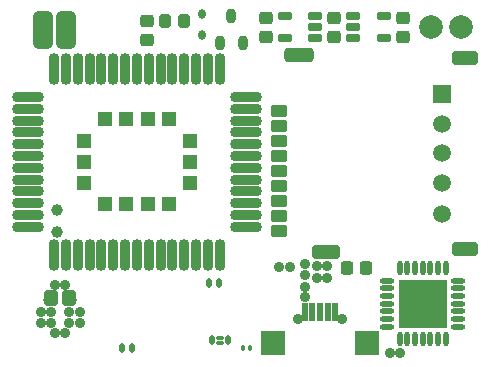
<source format=gts>
%FSLAX44Y44*%
%MOMM*%
G71*
G01*
G75*
G04 Layer_Color=8388736*
G04:AMPARAMS|DCode=10|XSize=1.5mm|YSize=3mm|CornerRadius=0.375mm|HoleSize=0mm|Usage=FLASHONLY|Rotation=0.000|XOffset=0mm|YOffset=0mm|HoleType=Round|Shape=RoundedRectangle|*
%AMROUNDEDRECTD10*
21,1,1.5000,2.2500,0,0,0.0*
21,1,0.7500,3.0000,0,0,0.0*
1,1,0.7500,0.3750,-1.1250*
1,1,0.7500,-0.3750,-1.1250*
1,1,0.7500,-0.3750,1.1250*
1,1,0.7500,0.3750,1.1250*
%
%ADD10ROUNDEDRECTD10*%
%ADD11R,0.4000X1.4000*%
%ADD12R,1.8000X1.9000*%
G04:AMPARAMS|DCode=13|XSize=1mm|YSize=1.2mm|CornerRadius=0.165mm|HoleSize=0mm|Usage=FLASHONLY|Rotation=0.000|XOffset=0mm|YOffset=0mm|HoleType=Round|Shape=RoundedRectangle|*
%AMROUNDEDRECTD13*
21,1,1.0000,0.8700,0,0,0.0*
21,1,0.6700,1.2000,0,0,0.0*
1,1,0.3300,0.3350,-0.4350*
1,1,0.3300,-0.3350,-0.4350*
1,1,0.3300,-0.3350,0.4350*
1,1,0.3300,0.3350,0.4350*
%
%ADD13ROUNDEDRECTD13*%
G04:AMPARAMS|DCode=14|XSize=2.35mm|YSize=1.15mm|CornerRadius=0.3852mm|HoleSize=0mm|Usage=FLASHONLY|Rotation=180.000|XOffset=0mm|YOffset=0mm|HoleType=Round|Shape=RoundedRectangle|*
%AMROUNDEDRECTD14*
21,1,2.3500,0.3795,0,0,180.0*
21,1,1.5795,1.1500,0,0,180.0*
1,1,0.7705,-0.7897,0.1898*
1,1,0.7705,0.7897,0.1898*
1,1,0.7705,0.7897,-0.1898*
1,1,0.7705,-0.7897,-0.1898*
%
%ADD14ROUNDEDRECTD14*%
G04:AMPARAMS|DCode=15|XSize=1.3mm|YSize=1mm|CornerRadius=0.25mm|HoleSize=0mm|Usage=FLASHONLY|Rotation=180.000|XOffset=0mm|YOffset=0mm|HoleType=Round|Shape=RoundedRectangle|*
%AMROUNDEDRECTD15*
21,1,1.3000,0.5000,0,0,180.0*
21,1,0.8000,1.0000,0,0,180.0*
1,1,0.5000,-0.4000,0.2500*
1,1,0.5000,0.4000,0.2500*
1,1,0.5000,0.4000,-0.2500*
1,1,0.5000,-0.4000,-0.2500*
%
%ADD15ROUNDEDRECTD15*%
G04:AMPARAMS|DCode=16|XSize=2.5mm|YSize=1.15mm|CornerRadius=0.3852mm|HoleSize=0mm|Usage=FLASHONLY|Rotation=180.000|XOffset=0mm|YOffset=0mm|HoleType=Round|Shape=RoundedRectangle|*
%AMROUNDEDRECTD16*
21,1,2.5000,0.3795,0,0,180.0*
21,1,1.7295,1.1500,0,0,180.0*
1,1,0.7705,-0.8648,0.1898*
1,1,0.7705,0.8648,0.1898*
1,1,0.7705,0.8648,-0.1898*
1,1,0.7705,-0.8648,-0.1898*
%
%ADD16ROUNDEDRECTD16*%
%ADD17O,0.7000X2.5000*%
%ADD18O,2.5000X0.7000*%
%ADD19R,1.1000X1.1000*%
%ADD20R,4.0000X4.0000*%
%ADD21O,1.1000X0.4000*%
%ADD22O,0.4000X1.1000*%
G04:AMPARAMS|DCode=23|XSize=1.1mm|YSize=0.6mm|CornerRadius=0.201mm|HoleSize=0mm|Usage=FLASHONLY|Rotation=180.000|XOffset=0mm|YOffset=0mm|HoleType=Round|Shape=RoundedRectangle|*
%AMROUNDEDRECTD23*
21,1,1.1000,0.1980,0,0,180.0*
21,1,0.6980,0.6000,0,0,180.0*
1,1,0.4020,-0.3490,0.0990*
1,1,0.4020,0.3490,0.0990*
1,1,0.4020,0.3490,-0.0990*
1,1,0.4020,-0.3490,-0.0990*
%
%ADD23ROUNDEDRECTD23*%
G04:AMPARAMS|DCode=24|XSize=1mm|YSize=0.9mm|CornerRadius=0.198mm|HoleSize=0mm|Usage=FLASHONLY|Rotation=90.000|XOffset=0mm|YOffset=0mm|HoleType=Round|Shape=RoundedRectangle|*
%AMROUNDEDRECTD24*
21,1,1.0000,0.5040,0,0,90.0*
21,1,0.6040,0.9000,0,0,90.0*
1,1,0.3960,0.2520,0.3020*
1,1,0.3960,0.2520,-0.3020*
1,1,0.3960,-0.2520,-0.3020*
1,1,0.3960,-0.2520,0.3020*
%
%ADD24ROUNDEDRECTD24*%
G04:AMPARAMS|DCode=25|XSize=0.67mm|YSize=0.67mm|CornerRadius=0.1508mm|HoleSize=0mm|Usage=FLASHONLY|Rotation=180.000|XOffset=0mm|YOffset=0mm|HoleType=Round|Shape=RoundedRectangle|*
%AMROUNDEDRECTD25*
21,1,0.6700,0.3685,0,0,180.0*
21,1,0.3685,0.6700,0,0,180.0*
1,1,0.3015,-0.1843,0.1843*
1,1,0.3015,0.1843,0.1843*
1,1,0.3015,0.1843,-0.1843*
1,1,0.3015,-0.1843,-0.1843*
%
%ADD25ROUNDEDRECTD25*%
G04:AMPARAMS|DCode=26|XSize=0.67mm|YSize=0.67mm|CornerRadius=0.1508mm|HoleSize=0mm|Usage=FLASHONLY|Rotation=270.000|XOffset=0mm|YOffset=0mm|HoleType=Round|Shape=RoundedRectangle|*
%AMROUNDEDRECTD26*
21,1,0.6700,0.3685,0,0,270.0*
21,1,0.3685,0.6700,0,0,270.0*
1,1,0.3015,-0.1843,-0.1843*
1,1,0.3015,-0.1843,0.1843*
1,1,0.3015,0.1843,0.1843*
1,1,0.3015,0.1843,-0.1843*
%
%ADD26ROUNDEDRECTD26*%
G04:AMPARAMS|DCode=27|XSize=1.05mm|YSize=0.65mm|CornerRadius=0.2015mm|HoleSize=0mm|Usage=FLASHONLY|Rotation=90.000|XOffset=0mm|YOffset=0mm|HoleType=Round|Shape=RoundedRectangle|*
%AMROUNDEDRECTD27*
21,1,1.0500,0.2470,0,0,90.0*
21,1,0.6470,0.6500,0,0,90.0*
1,1,0.4030,0.1235,0.3235*
1,1,0.4030,0.1235,-0.3235*
1,1,0.4030,-0.1235,-0.3235*
1,1,0.4030,-0.1235,0.3235*
%
%ADD27ROUNDEDRECTD27*%
G04:AMPARAMS|DCode=28|XSize=0.65mm|YSize=0.5mm|CornerRadius=0.2mm|HoleSize=0mm|Usage=FLASHONLY|Rotation=270.000|XOffset=0mm|YOffset=0mm|HoleType=Round|Shape=RoundedRectangle|*
%AMROUNDEDRECTD28*
21,1,0.6500,0.1000,0,0,270.0*
21,1,0.2500,0.5000,0,0,270.0*
1,1,0.4000,-0.0500,-0.1250*
1,1,0.4000,-0.0500,0.1250*
1,1,0.4000,0.0500,0.1250*
1,1,0.4000,0.0500,-0.1250*
%
%ADD28ROUNDEDRECTD28*%
G04:AMPARAMS|DCode=29|XSize=0.62mm|YSize=0.62mm|CornerRadius=0.1488mm|HoleSize=0mm|Usage=FLASHONLY|Rotation=270.000|XOffset=0mm|YOffset=0mm|HoleType=Round|Shape=RoundedRectangle|*
%AMROUNDEDRECTD29*
21,1,0.6200,0.3224,0,0,270.0*
21,1,0.3224,0.6200,0,0,270.0*
1,1,0.2976,-0.1612,-0.1612*
1,1,0.2976,-0.1612,0.1612*
1,1,0.2976,0.1612,0.1612*
1,1,0.2976,0.1612,-0.1612*
%
%ADD29ROUNDEDRECTD29*%
G04:AMPARAMS|DCode=30|XSize=1mm|YSize=0.95mm|CornerRadius=0.1995mm|HoleSize=0mm|Usage=FLASHONLY|Rotation=0.000|XOffset=0mm|YOffset=0mm|HoleType=Round|Shape=RoundedRectangle|*
%AMROUNDEDRECTD30*
21,1,1.0000,0.5510,0,0,0.0*
21,1,0.6010,0.9500,0,0,0.0*
1,1,0.3990,0.3005,-0.2755*
1,1,0.3990,-0.3005,-0.2755*
1,1,0.3990,-0.3005,0.2755*
1,1,0.3990,0.3005,0.2755*
%
%ADD30ROUNDEDRECTD30*%
G04:AMPARAMS|DCode=31|XSize=1mm|YSize=0.95mm|CornerRadius=0.1995mm|HoleSize=0mm|Usage=FLASHONLY|Rotation=270.000|XOffset=0mm|YOffset=0mm|HoleType=Round|Shape=RoundedRectangle|*
%AMROUNDEDRECTD31*
21,1,1.0000,0.5510,0,0,270.0*
21,1,0.6010,0.9500,0,0,270.0*
1,1,0.3990,-0.2755,-0.3005*
1,1,0.3990,-0.2755,0.3005*
1,1,0.3990,0.2755,0.3005*
1,1,0.3990,0.2755,-0.3005*
%
%ADD31ROUNDEDRECTD31*%
G04:AMPARAMS|DCode=32|XSize=0.5mm|YSize=0.21mm|CornerRadius=0.0347mm|HoleSize=0mm|Usage=FLASHONLY|Rotation=180.000|XOffset=0mm|YOffset=0mm|HoleType=Round|Shape=RoundedRectangle|*
%AMROUNDEDRECTD32*
21,1,0.5000,0.1407,0,0,180.0*
21,1,0.4307,0.2100,0,0,180.0*
1,1,0.0693,-0.2154,0.0704*
1,1,0.0693,0.2154,0.0704*
1,1,0.0693,0.2154,-0.0704*
1,1,0.0693,-0.2154,-0.0704*
%
%ADD32ROUNDEDRECTD32*%
G04:AMPARAMS|DCode=33|XSize=0.3mm|YSize=0.65mm|CornerRadius=0.0495mm|HoleSize=0mm|Usage=FLASHONLY|Rotation=180.000|XOffset=0mm|YOffset=0mm|HoleType=Round|Shape=RoundedRectangle|*
%AMROUNDEDRECTD33*
21,1,0.3000,0.5510,0,0,180.0*
21,1,0.2010,0.6500,0,0,180.0*
1,1,0.0990,-0.1005,0.2755*
1,1,0.0990,0.1005,0.2755*
1,1,0.0990,0.1005,-0.2755*
1,1,0.0990,-0.1005,-0.2755*
%
%ADD33ROUNDEDRECTD33*%
G04:AMPARAMS|DCode=34|XSize=0.65mm|YSize=0.35mm|CornerRadius=0.0735mm|HoleSize=0mm|Usage=FLASHONLY|Rotation=270.000|XOffset=0mm|YOffset=0mm|HoleType=Round|Shape=RoundedRectangle|*
%AMROUNDEDRECTD34*
21,1,0.6500,0.2030,0,0,270.0*
21,1,0.5030,0.3500,0,0,270.0*
1,1,0.1470,-0.1015,-0.2515*
1,1,0.1470,-0.1015,0.2515*
1,1,0.1470,0.1015,0.2515*
1,1,0.1470,0.1015,-0.2515*
%
%ADD34ROUNDEDRECTD34*%
G04:AMPARAMS|DCode=35|XSize=0.3mm|YSize=0.25mm|CornerRadius=0.0525mm|HoleSize=0mm|Usage=FLASHONLY|Rotation=270.000|XOffset=0mm|YOffset=0mm|HoleType=Round|Shape=RoundedRectangle|*
%AMROUNDEDRECTD35*
21,1,0.3000,0.1450,0,0,270.0*
21,1,0.1950,0.2500,0,0,270.0*
1,1,0.1050,-0.0725,-0.0975*
1,1,0.1050,-0.0725,0.0975*
1,1,0.1050,0.0725,0.0975*
1,1,0.1050,0.0725,-0.0975*
%
%ADD35ROUNDEDRECTD35*%
%ADD36C,0.2500*%
%ADD37C,0.3500*%
%ADD38C,0.2000*%
%ADD39C,0.6000*%
%ADD40C,0.3000*%
%ADD41C,0.7000*%
%ADD42C,0.4000*%
%ADD43C,0.5000*%
%ADD44C,0.7000*%
%ADD45C,0.8000*%
G04:AMPARAMS|DCode=46|XSize=1.15mm|YSize=2.1mm|CornerRadius=0.2875mm|HoleSize=0mm|Usage=FLASHONLY|Rotation=90.000|XOffset=0mm|YOffset=0mm|HoleType=Round|Shape=RoundedRectangle|*
%AMROUNDEDRECTD46*
21,1,1.1500,1.5250,0,0,90.0*
21,1,0.5750,2.1000,0,0,90.0*
1,1,0.5750,0.7625,0.2875*
1,1,0.5750,0.7625,-0.2875*
1,1,0.5750,-0.7625,-0.2875*
1,1,0.5750,-0.7625,0.2875*
%
%ADD46ROUNDEDRECTD46*%
%ADD47C,1.8500*%
%ADD48R,1.3000X1.3000*%
%ADD49C,1.3000*%
%ADD50C,0.6000*%
G04:AMPARAMS|DCode=51|XSize=1mm|YSize=0.9mm|CornerRadius=0.198mm|HoleSize=0mm|Usage=FLASHONLY|Rotation=0.000|XOffset=0mm|YOffset=0mm|HoleType=Round|Shape=RoundedRectangle|*
%AMROUNDEDRECTD51*
21,1,1.0000,0.5040,0,0,0.0*
21,1,0.6040,0.9000,0,0,0.0*
1,1,0.3960,0.3020,-0.2520*
1,1,0.3960,-0.3020,-0.2520*
1,1,0.3960,-0.3020,0.2520*
1,1,0.3960,0.3020,0.2520*
%
%ADD51ROUNDEDRECTD51*%
G04:AMPARAMS|DCode=52|XSize=1mm|YSize=1.2mm|CornerRadius=0.165mm|HoleSize=0mm|Usage=FLASHONLY|Rotation=90.000|XOffset=0mm|YOffset=0mm|HoleType=Round|Shape=RoundedRectangle|*
%AMROUNDEDRECTD52*
21,1,1.0000,0.8700,0,0,90.0*
21,1,0.6700,1.2000,0,0,90.0*
1,1,0.3300,0.4350,0.3350*
1,1,0.3300,0.4350,-0.3350*
1,1,0.3300,-0.4350,-0.3350*
1,1,0.3300,-0.4350,0.3350*
%
%ADD52ROUNDEDRECTD52*%
G04:AMPARAMS|DCode=53|XSize=3.5mm|YSize=1.2mm|CornerRadius=0.198mm|HoleSize=0mm|Usage=FLASHONLY|Rotation=180.000|XOffset=0mm|YOffset=0mm|HoleType=Round|Shape=RoundedRectangle|*
%AMROUNDEDRECTD53*
21,1,3.5000,0.8040,0,0,180.0*
21,1,3.1040,1.2000,0,0,180.0*
1,1,0.3960,-1.5520,0.4020*
1,1,0.3960,1.5520,0.4020*
1,1,0.3960,1.5520,-0.4020*
1,1,0.3960,-1.5520,-0.4020*
%
%ADD53ROUNDEDRECTD53*%
G04:AMPARAMS|DCode=54|XSize=0.62mm|YSize=0.62mm|CornerRadius=0.1488mm|HoleSize=0mm|Usage=FLASHONLY|Rotation=0.000|XOffset=0mm|YOffset=0mm|HoleType=Round|Shape=RoundedRectangle|*
%AMROUNDEDRECTD54*
21,1,0.6200,0.3224,0,0,0.0*
21,1,0.3224,0.6200,0,0,0.0*
1,1,0.2976,0.1612,-0.1612*
1,1,0.2976,-0.1612,-0.1612*
1,1,0.2976,-0.1612,0.1612*
1,1,0.2976,0.1612,0.1612*
%
%ADD54ROUNDEDRECTD54*%
%ADD55C,0.2540*%
%ADD56C,0.1000*%
%ADD57C,0.0100*%
%ADD58C,0.1500*%
%ADD59C,0.0500*%
%ADD60R,2.1000X2.1000*%
G04:AMPARAMS|DCode=61|XSize=1.7032mm|YSize=3.2032mm|CornerRadius=0.4766mm|HoleSize=0mm|Usage=FLASHONLY|Rotation=0.000|XOffset=0mm|YOffset=0mm|HoleType=Round|Shape=RoundedRectangle|*
%AMROUNDEDRECTD61*
21,1,1.7032,2.2500,0,0,0.0*
21,1,0.7500,3.2032,0,0,0.0*
1,1,0.9532,0.3750,-1.1250*
1,1,0.9532,-0.3750,-1.1250*
1,1,0.9532,-0.3750,1.1250*
1,1,0.9532,0.3750,1.1250*
%
%ADD61ROUNDEDRECTD61*%
%ADD62R,0.6032X1.6032*%
%ADD63R,2.0032X2.1032*%
G04:AMPARAMS|DCode=64|XSize=1.15mm|YSize=1.35mm|CornerRadius=0.24mm|HoleSize=0mm|Usage=FLASHONLY|Rotation=0.000|XOffset=0mm|YOffset=0mm|HoleType=Round|Shape=RoundedRectangle|*
%AMROUNDEDRECTD64*
21,1,1.1500,0.8700,0,0,0.0*
21,1,0.6700,1.3500,0,0,0.0*
1,1,0.4800,0.3350,-0.4350*
1,1,0.4800,-0.3350,-0.4350*
1,1,0.4800,-0.3350,0.4350*
1,1,0.4800,0.3350,0.4350*
%
%ADD64ROUNDEDRECTD64*%
G04:AMPARAMS|DCode=65|XSize=2.45mm|YSize=1.25mm|CornerRadius=0.4353mm|HoleSize=0mm|Usage=FLASHONLY|Rotation=180.000|XOffset=0mm|YOffset=0mm|HoleType=Round|Shape=RoundedRectangle|*
%AMROUNDEDRECTD65*
21,1,2.4500,0.3795,0,0,180.0*
21,1,1.5795,1.2500,0,0,180.0*
1,1,0.8705,-0.7897,0.1898*
1,1,0.8705,0.7897,0.1898*
1,1,0.8705,0.7897,-0.1898*
1,1,0.8705,-0.7897,-0.1898*
%
%ADD65ROUNDEDRECTD65*%
G04:AMPARAMS|DCode=66|XSize=1.4mm|YSize=1.1mm|CornerRadius=0.3mm|HoleSize=0mm|Usage=FLASHONLY|Rotation=180.000|XOffset=0mm|YOffset=0mm|HoleType=Round|Shape=RoundedRectangle|*
%AMROUNDEDRECTD66*
21,1,1.4000,0.5000,0,0,180.0*
21,1,0.8000,1.1000,0,0,180.0*
1,1,0.6000,-0.4000,0.2500*
1,1,0.6000,0.4000,0.2500*
1,1,0.6000,0.4000,-0.2500*
1,1,0.6000,-0.4000,-0.2500*
%
%ADD66ROUNDEDRECTD66*%
G04:AMPARAMS|DCode=67|XSize=2.6mm|YSize=1.25mm|CornerRadius=0.4353mm|HoleSize=0mm|Usage=FLASHONLY|Rotation=180.000|XOffset=0mm|YOffset=0mm|HoleType=Round|Shape=RoundedRectangle|*
%AMROUNDEDRECTD67*
21,1,2.6000,0.3795,0,0,180.0*
21,1,1.7295,1.2500,0,0,180.0*
1,1,0.8705,-0.8648,0.1898*
1,1,0.8705,0.8648,0.1898*
1,1,0.8705,0.8648,-0.1898*
1,1,0.8705,-0.8648,-0.1898*
%
%ADD67ROUNDEDRECTD67*%
%ADD68O,0.9032X2.7032*%
%ADD69O,2.7032X0.9032*%
%ADD70R,1.3032X1.3032*%
%ADD71R,4.1000X4.1000*%
%ADD72O,1.2000X0.5000*%
%ADD73O,0.5000X1.2000*%
G04:AMPARAMS|DCode=74|XSize=1.25mm|YSize=0.75mm|CornerRadius=0.276mm|HoleSize=0mm|Usage=FLASHONLY|Rotation=180.000|XOffset=0mm|YOffset=0mm|HoleType=Round|Shape=RoundedRectangle|*
%AMROUNDEDRECTD74*
21,1,1.2500,0.1980,0,0,180.0*
21,1,0.6980,0.7500,0,0,180.0*
1,1,0.5520,-0.3490,0.0990*
1,1,0.5520,0.3490,0.0990*
1,1,0.5520,0.3490,-0.0990*
1,1,0.5520,-0.3490,-0.0990*
%
%ADD74ROUNDEDRECTD74*%
G04:AMPARAMS|DCode=75|XSize=1.15mm|YSize=1.05mm|CornerRadius=0.273mm|HoleSize=0mm|Usage=FLASHONLY|Rotation=90.000|XOffset=0mm|YOffset=0mm|HoleType=Round|Shape=RoundedRectangle|*
%AMROUNDEDRECTD75*
21,1,1.1500,0.5040,0,0,90.0*
21,1,0.6040,1.0500,0,0,90.0*
1,1,0.5460,0.2520,0.3020*
1,1,0.5460,0.2520,-0.3020*
1,1,0.5460,-0.2520,-0.3020*
1,1,0.5460,-0.2520,0.3020*
%
%ADD75ROUNDEDRECTD75*%
G04:AMPARAMS|DCode=76|XSize=0.77mm|YSize=0.77mm|CornerRadius=0.2008mm|HoleSize=0mm|Usage=FLASHONLY|Rotation=180.000|XOffset=0mm|YOffset=0mm|HoleType=Round|Shape=RoundedRectangle|*
%AMROUNDEDRECTD76*
21,1,0.7700,0.3685,0,0,180.0*
21,1,0.3685,0.7700,0,0,180.0*
1,1,0.4015,-0.1843,0.1843*
1,1,0.4015,0.1843,0.1843*
1,1,0.4015,0.1843,-0.1843*
1,1,0.4015,-0.1843,-0.1843*
%
%ADD76ROUNDEDRECTD76*%
G04:AMPARAMS|DCode=77|XSize=0.77mm|YSize=0.77mm|CornerRadius=0.2008mm|HoleSize=0mm|Usage=FLASHONLY|Rotation=270.000|XOffset=0mm|YOffset=0mm|HoleType=Round|Shape=RoundedRectangle|*
%AMROUNDEDRECTD77*
21,1,0.7700,0.3685,0,0,270.0*
21,1,0.3685,0.7700,0,0,270.0*
1,1,0.4015,-0.1843,-0.1843*
1,1,0.4015,-0.1843,0.1843*
1,1,0.4015,0.1843,0.1843*
1,1,0.4015,0.1843,-0.1843*
%
%ADD77ROUNDEDRECTD77*%
G04:AMPARAMS|DCode=78|XSize=1.2mm|YSize=0.8mm|CornerRadius=0.2765mm|HoleSize=0mm|Usage=FLASHONLY|Rotation=90.000|XOffset=0mm|YOffset=0mm|HoleType=Round|Shape=RoundedRectangle|*
%AMROUNDEDRECTD78*
21,1,1.2000,0.2470,0,0,90.0*
21,1,0.6470,0.8000,0,0,90.0*
1,1,0.5530,0.1235,0.3235*
1,1,0.5530,0.1235,-0.3235*
1,1,0.5530,-0.1235,-0.3235*
1,1,0.5530,-0.1235,0.3235*
%
%ADD78ROUNDEDRECTD78*%
G04:AMPARAMS|DCode=79|XSize=0.8mm|YSize=0.65mm|CornerRadius=0.275mm|HoleSize=0mm|Usage=FLASHONLY|Rotation=270.000|XOffset=0mm|YOffset=0mm|HoleType=Round|Shape=RoundedRectangle|*
%AMROUNDEDRECTD79*
21,1,0.8000,0.1000,0,0,270.0*
21,1,0.2500,0.6500,0,0,270.0*
1,1,0.5500,-0.0500,-0.1250*
1,1,0.5500,-0.0500,0.1250*
1,1,0.5500,0.0500,0.1250*
1,1,0.5500,0.0500,-0.1250*
%
%ADD79ROUNDEDRECTD79*%
G04:AMPARAMS|DCode=80|XSize=0.77mm|YSize=0.77mm|CornerRadius=0.2238mm|HoleSize=0mm|Usage=FLASHONLY|Rotation=270.000|XOffset=0mm|YOffset=0mm|HoleType=Round|Shape=RoundedRectangle|*
%AMROUNDEDRECTD80*
21,1,0.7700,0.3224,0,0,270.0*
21,1,0.3224,0.7700,0,0,270.0*
1,1,0.4476,-0.1612,-0.1612*
1,1,0.4476,-0.1612,0.1612*
1,1,0.4476,0.1612,0.1612*
1,1,0.4476,0.1612,-0.1612*
%
%ADD80ROUNDEDRECTD80*%
G04:AMPARAMS|DCode=81|XSize=1.15mm|YSize=1.1mm|CornerRadius=0.2745mm|HoleSize=0mm|Usage=FLASHONLY|Rotation=0.000|XOffset=0mm|YOffset=0mm|HoleType=Round|Shape=RoundedRectangle|*
%AMROUNDEDRECTD81*
21,1,1.1500,0.5510,0,0,0.0*
21,1,0.6010,1.1000,0,0,0.0*
1,1,0.5490,0.3005,-0.2755*
1,1,0.5490,-0.3005,-0.2755*
1,1,0.5490,-0.3005,0.2755*
1,1,0.5490,0.3005,0.2755*
%
%ADD81ROUNDEDRECTD81*%
G04:AMPARAMS|DCode=82|XSize=1.15mm|YSize=1.1mm|CornerRadius=0.2745mm|HoleSize=0mm|Usage=FLASHONLY|Rotation=270.000|XOffset=0mm|YOffset=0mm|HoleType=Round|Shape=RoundedRectangle|*
%AMROUNDEDRECTD82*
21,1,1.1500,0.5510,0,0,270.0*
21,1,0.6010,1.1000,0,0,270.0*
1,1,0.5490,-0.2755,-0.3005*
1,1,0.5490,-0.2755,0.3005*
1,1,0.5490,0.2755,0.3005*
1,1,0.5490,0.2755,-0.3005*
%
%ADD82ROUNDEDRECTD82*%
G04:AMPARAMS|DCode=83|XSize=0.65mm|YSize=0.36mm|CornerRadius=0.1097mm|HoleSize=0mm|Usage=FLASHONLY|Rotation=180.000|XOffset=0mm|YOffset=0mm|HoleType=Round|Shape=RoundedRectangle|*
%AMROUNDEDRECTD83*
21,1,0.6500,0.1407,0,0,180.0*
21,1,0.4307,0.3600,0,0,180.0*
1,1,0.2193,-0.2154,0.0704*
1,1,0.2193,0.2154,0.0704*
1,1,0.2193,0.2154,-0.0704*
1,1,0.2193,-0.2154,-0.0704*
%
%ADD83ROUNDEDRECTD83*%
G04:AMPARAMS|DCode=84|XSize=0.45mm|YSize=0.8mm|CornerRadius=0.1245mm|HoleSize=0mm|Usage=FLASHONLY|Rotation=180.000|XOffset=0mm|YOffset=0mm|HoleType=Round|Shape=RoundedRectangle|*
%AMROUNDEDRECTD84*
21,1,0.4500,0.5510,0,0,180.0*
21,1,0.2010,0.8000,0,0,180.0*
1,1,0.2490,-0.1005,0.2755*
1,1,0.2490,0.1005,0.2755*
1,1,0.2490,0.1005,-0.2755*
1,1,0.2490,-0.1005,-0.2755*
%
%ADD84ROUNDEDRECTD84*%
G04:AMPARAMS|DCode=85|XSize=0.8mm|YSize=0.5mm|CornerRadius=0.1485mm|HoleSize=0mm|Usage=FLASHONLY|Rotation=270.000|XOffset=0mm|YOffset=0mm|HoleType=Round|Shape=RoundedRectangle|*
%AMROUNDEDRECTD85*
21,1,0.8000,0.2030,0,0,270.0*
21,1,0.5030,0.5000,0,0,270.0*
1,1,0.2970,-0.1015,-0.2515*
1,1,0.2970,-0.1015,0.2515*
1,1,0.2970,0.1015,0.2515*
1,1,0.2970,0.1015,-0.2515*
%
%ADD85ROUNDEDRECTD85*%
G04:AMPARAMS|DCode=86|XSize=0.45mm|YSize=0.4mm|CornerRadius=0.1275mm|HoleSize=0mm|Usage=FLASHONLY|Rotation=270.000|XOffset=0mm|YOffset=0mm|HoleType=Round|Shape=RoundedRectangle|*
%AMROUNDEDRECTD86*
21,1,0.4500,0.1450,0,0,270.0*
21,1,0.1950,0.4000,0,0,270.0*
1,1,0.2550,-0.0725,-0.0975*
1,1,0.2550,-0.0725,0.0975*
1,1,0.2550,0.0725,0.0975*
1,1,0.2550,0.0725,-0.0975*
%
%ADD86ROUNDEDRECTD86*%
%ADD87C,0.9032*%
%ADD88C,1.0032*%
G04:AMPARAMS|DCode=89|XSize=1.25mm|YSize=2.2mm|CornerRadius=0.3375mm|HoleSize=0mm|Usage=FLASHONLY|Rotation=90.000|XOffset=0mm|YOffset=0mm|HoleType=Round|Shape=RoundedRectangle|*
%AMROUNDEDRECTD89*
21,1,1.2500,1.5250,0,0,90.0*
21,1,0.5750,2.2000,0,0,90.0*
1,1,0.6750,0.7625,0.2875*
1,1,0.6750,0.7625,-0.2875*
1,1,0.6750,-0.7625,-0.2875*
1,1,0.6750,-0.7625,0.2875*
%
%ADD89ROUNDEDRECTD89*%
%ADD90C,2.0000*%
%ADD91R,1.5032X1.5032*%
%ADD92C,1.5032*%
D61*
X28100Y279955D02*
D03*
X48000D02*
D03*
D62*
X276000Y41000D02*
D03*
X250000D02*
D03*
X269500D02*
D03*
X256500D02*
D03*
X263000D02*
D03*
D63*
X303000Y14500D02*
D03*
X223000D02*
D03*
D64*
X35500Y53000D02*
D03*
X50500D02*
D03*
D65*
X268200Y91700D02*
D03*
D66*
X228500Y109100D02*
D03*
Y121800D02*
D03*
Y147200D02*
D03*
Y198000D02*
D03*
Y134500D02*
D03*
Y210700D02*
D03*
Y185300D02*
D03*
Y159900D02*
D03*
Y172600D02*
D03*
D67*
X245000Y258300D02*
D03*
D68*
X38000Y89000D02*
D03*
X48000D02*
D03*
X58000D02*
D03*
X68000D02*
D03*
X78000D02*
D03*
X88000D02*
D03*
X98000D02*
D03*
X108000D02*
D03*
X118000D02*
D03*
X128000D02*
D03*
X138000D02*
D03*
X148000D02*
D03*
X158000D02*
D03*
X168000D02*
D03*
X178000D02*
D03*
Y247000D02*
D03*
X168000D02*
D03*
X158000D02*
D03*
X148000D02*
D03*
X138000D02*
D03*
X128000D02*
D03*
X118000D02*
D03*
X108000D02*
D03*
X98000D02*
D03*
X88000D02*
D03*
X78000D02*
D03*
X68000D02*
D03*
X58000D02*
D03*
X48000D02*
D03*
X38000D02*
D03*
D69*
X200500Y113000D02*
D03*
Y123000D02*
D03*
Y133000D02*
D03*
Y143000D02*
D03*
Y153000D02*
D03*
Y163000D02*
D03*
Y173000D02*
D03*
Y183000D02*
D03*
Y193000D02*
D03*
Y203000D02*
D03*
Y213000D02*
D03*
Y223000D02*
D03*
X15500D02*
D03*
Y213000D02*
D03*
Y203000D02*
D03*
Y193000D02*
D03*
Y183000D02*
D03*
Y173000D02*
D03*
Y163000D02*
D03*
Y153000D02*
D03*
Y143000D02*
D03*
Y133000D02*
D03*
Y123000D02*
D03*
Y113000D02*
D03*
D70*
X81000Y132000D02*
D03*
X99000D02*
D03*
X117000D02*
D03*
X135000D02*
D03*
X153000Y150000D02*
D03*
Y168000D02*
D03*
Y186000D02*
D03*
X135000Y204000D02*
D03*
X117000D02*
D03*
X99000D02*
D03*
X81000D02*
D03*
X63000Y186000D02*
D03*
Y168000D02*
D03*
Y150000D02*
D03*
D71*
X350000Y48000D02*
D03*
D72*
X380000Y67500D02*
D03*
Y61000D02*
D03*
Y54500D02*
D03*
Y48000D02*
D03*
Y41500D02*
D03*
Y35000D02*
D03*
Y28500D02*
D03*
X320000D02*
D03*
Y35000D02*
D03*
Y41500D02*
D03*
Y48000D02*
D03*
Y54500D02*
D03*
Y61000D02*
D03*
Y67500D02*
D03*
D73*
X369500Y18000D02*
D03*
X363000D02*
D03*
X356500D02*
D03*
X350000D02*
D03*
X343500D02*
D03*
X337000D02*
D03*
X330500D02*
D03*
Y78000D02*
D03*
X337000D02*
D03*
X343500D02*
D03*
X350000D02*
D03*
X356500D02*
D03*
X363000D02*
D03*
X369500D02*
D03*
D74*
X259000Y272500D02*
D03*
Y282000D02*
D03*
Y291500D02*
D03*
X233000D02*
D03*
Y272500D02*
D03*
X291000Y291500D02*
D03*
Y282000D02*
D03*
Y272500D02*
D03*
X317000D02*
D03*
Y291500D02*
D03*
D75*
X147500Y287600D02*
D03*
X131500D02*
D03*
D76*
X322000Y6000D02*
D03*
X330800D02*
D03*
X269150Y69750D02*
D03*
X260350D02*
D03*
X228600Y79000D02*
D03*
X237400D02*
D03*
D77*
X250000Y72600D02*
D03*
Y81400D02*
D03*
Y53600D02*
D03*
Y62400D02*
D03*
D78*
X178500Y268500D02*
D03*
X197500D02*
D03*
X188000Y291500D02*
D03*
D79*
X163000Y275250D02*
D03*
Y293250D02*
D03*
D80*
X260165Y80000D02*
D03*
X269165D02*
D03*
X35500Y41000D02*
D03*
X26500D02*
D03*
X35499Y31999D02*
D03*
X26499D02*
D03*
X47500Y64000D02*
D03*
X38500D02*
D03*
X47500Y23000D02*
D03*
X38500D02*
D03*
X59500Y41000D02*
D03*
X50500D02*
D03*
X59499Y31999D02*
D03*
X50499D02*
D03*
D81*
X116500Y271600D02*
D03*
Y287600D02*
D03*
X217000Y274000D02*
D03*
Y290000D02*
D03*
X333000D02*
D03*
Y274000D02*
D03*
X275000Y290000D02*
D03*
Y274000D02*
D03*
D82*
X286000Y77750D02*
D03*
X302000D02*
D03*
D83*
X178000Y19200D02*
D03*
Y14600D02*
D03*
D84*
X184750Y16900D02*
D03*
X171250D02*
D03*
D85*
X95100Y10000D02*
D03*
X103600D02*
D03*
X168700Y65700D02*
D03*
X177200D02*
D03*
X103600Y10000D02*
D03*
X95100D02*
D03*
X177200Y65700D02*
D03*
X168700D02*
D03*
D86*
X203600Y10000D02*
D03*
X198100D02*
D03*
X203600D02*
D03*
X198100D02*
D03*
D87*
X282000Y35000D02*
D03*
X244000D02*
D03*
D88*
X33500Y51000D02*
D03*
X52500D02*
D03*
X40750Y108500D02*
D03*
Y127500D02*
D03*
D89*
X386000Y255700D02*
D03*
Y94300D02*
D03*
D90*
X382700Y282000D02*
D03*
X357300D02*
D03*
D91*
X366300Y225750D02*
D03*
D92*
Y200250D02*
D03*
Y175250D02*
D03*
Y149750D02*
D03*
Y124250D02*
D03*
M02*

</source>
